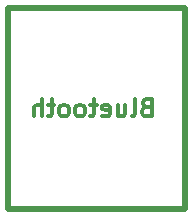
<source format=gbr>
G04 #@! TF.FileFunction,Legend,Bot*
%FSLAX46Y46*%
G04 Gerber Fmt 4.6, Leading zero omitted, Abs format (unit mm)*
G04 Created by KiCad (PCBNEW 4.0.6-e0-6349~52~ubuntu16.10.1) date Sun Mar 26 20:03:33 2017*
%MOMM*%
%LPD*%
G01*
G04 APERTURE LIST*
%ADD10C,0.100000*%
%ADD11C,0.300000*%
%ADD12C,0.500000*%
G04 APERTURE END LIST*
D10*
D11*
X122875000Y-63742857D02*
X122660714Y-63814286D01*
X122589286Y-63885714D01*
X122517857Y-64028571D01*
X122517857Y-64242857D01*
X122589286Y-64385714D01*
X122660714Y-64457143D01*
X122803572Y-64528571D01*
X123375000Y-64528571D01*
X123375000Y-63028571D01*
X122875000Y-63028571D01*
X122732143Y-63100000D01*
X122660714Y-63171429D01*
X122589286Y-63314286D01*
X122589286Y-63457143D01*
X122660714Y-63600000D01*
X122732143Y-63671429D01*
X122875000Y-63742857D01*
X123375000Y-63742857D01*
X121660714Y-64528571D02*
X121803572Y-64457143D01*
X121875000Y-64314286D01*
X121875000Y-63028571D01*
X120446429Y-63528571D02*
X120446429Y-64528571D01*
X121089286Y-63528571D02*
X121089286Y-64314286D01*
X121017858Y-64457143D01*
X120875000Y-64528571D01*
X120660715Y-64528571D01*
X120517858Y-64457143D01*
X120446429Y-64385714D01*
X119160715Y-64457143D02*
X119303572Y-64528571D01*
X119589286Y-64528571D01*
X119732143Y-64457143D01*
X119803572Y-64314286D01*
X119803572Y-63742857D01*
X119732143Y-63600000D01*
X119589286Y-63528571D01*
X119303572Y-63528571D01*
X119160715Y-63600000D01*
X119089286Y-63742857D01*
X119089286Y-63885714D01*
X119803572Y-64028571D01*
X118660715Y-63528571D02*
X118089286Y-63528571D01*
X118446429Y-63028571D02*
X118446429Y-64314286D01*
X118375001Y-64457143D01*
X118232143Y-64528571D01*
X118089286Y-64528571D01*
X117375000Y-64528571D02*
X117517858Y-64457143D01*
X117589286Y-64385714D01*
X117660715Y-64242857D01*
X117660715Y-63814286D01*
X117589286Y-63671429D01*
X117517858Y-63600000D01*
X117375000Y-63528571D01*
X117160715Y-63528571D01*
X117017858Y-63600000D01*
X116946429Y-63671429D01*
X116875000Y-63814286D01*
X116875000Y-64242857D01*
X116946429Y-64385714D01*
X117017858Y-64457143D01*
X117160715Y-64528571D01*
X117375000Y-64528571D01*
X116017857Y-64528571D02*
X116160715Y-64457143D01*
X116232143Y-64385714D01*
X116303572Y-64242857D01*
X116303572Y-63814286D01*
X116232143Y-63671429D01*
X116160715Y-63600000D01*
X116017857Y-63528571D01*
X115803572Y-63528571D01*
X115660715Y-63600000D01*
X115589286Y-63671429D01*
X115517857Y-63814286D01*
X115517857Y-64242857D01*
X115589286Y-64385714D01*
X115660715Y-64457143D01*
X115803572Y-64528571D01*
X116017857Y-64528571D01*
X115089286Y-63528571D02*
X114517857Y-63528571D01*
X114875000Y-63028571D02*
X114875000Y-64314286D01*
X114803572Y-64457143D01*
X114660714Y-64528571D01*
X114517857Y-64528571D01*
X114017857Y-64528571D02*
X114017857Y-63028571D01*
X113375000Y-64528571D02*
X113375000Y-63742857D01*
X113446429Y-63600000D01*
X113589286Y-63528571D01*
X113803571Y-63528571D01*
X113946429Y-63600000D01*
X114017857Y-63671429D01*
D12*
X111125000Y-55350000D02*
X111125000Y-72350000D01*
X126125000Y-55350000D02*
X111125000Y-55350000D01*
X126125000Y-72350000D02*
X126125000Y-55350000D01*
X111125000Y-72350000D02*
X126125000Y-72350000D01*
M02*

</source>
